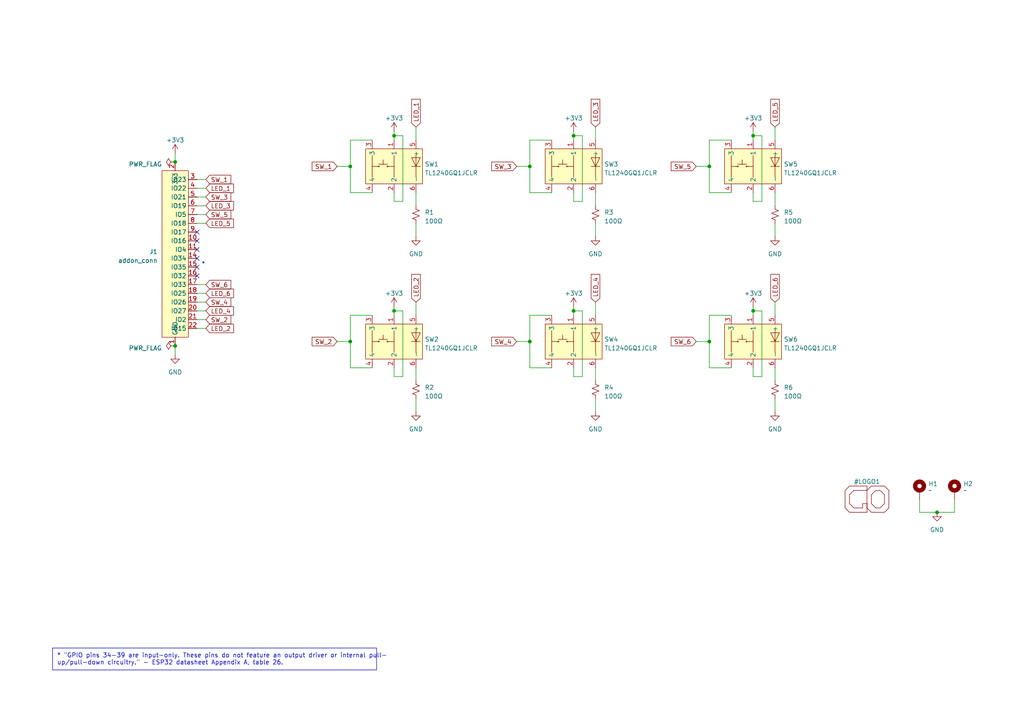
<source format=kicad_sch>
(kicad_sch (version 20220331) (generator eeschema)
  (paper "A4")
  (title_block (title "Game Over addon") (rev "0.1") (company "Flávio Amieiro"))
  (lib_symbols
    (symbol "Device:R_Small_US" (pin_numbers hide) (pin_names (offset 0.254) hide)
      (property "Reference" "R" (at 0.762 0.508 0))
      (property "Value" "R_Small_US" (at 0.762 -1.016 0))
      (symbol "R_Small_US_1_1"
        (polyline (pts (xy 0 0) (xy 1.016 -0.381) (xy 0 -0.762) (xy -1.016 -1.143) (xy 0 -1.524)))
        (polyline (pts (xy 0 1.524) (xy 1.016 1.143) (xy 0 0.762) (xy -1.016 0.381) (xy 0 0)))
        (pin passive line (at 0 2.54 270) (length 1.016) (name "~") (number "1"))
        (pin passive line (at 0 -2.54 90) (length 1.016) (name "~") (number "2"))
      )
    )
    (symbol "GameOver:GameOver_logo" (in_bom no)
      (property "Reference" "#LOGO?" (at 0 5.08 0))
      (symbol "GameOver_logo_0_1"
        (polyline (pts (xy 0 -2.54) (xy 1.27 -3.81) (xy 5.08 -3.81) (xy 6.35 -2.54) (xy 6.35 2.54) (xy 5.08 3.81) (xy 1.27 3.81) (xy 0 2.54) (xy 0 -2.54)))
        (polyline (pts (xy 1.27 -1.27) (xy 1.27 1.27) (xy 2.54 2.54) (xy 3.81 2.54) (xy 5.08 1.27) (xy 5.08 -1.27) (xy 3.81 -2.54) (xy 2.54 -2.54) (xy 1.27 -1.27)))
        (polyline (pts (xy 0 3.81) (xy -5.08 3.81) (xy -6.35 2.54) (xy -6.35 -2.54) (xy -5.08 -3.81) (xy 0 -3.81) (xy 0 -1.27) (xy -1.27 -1.27) (xy -1.27 -2.54) (xy -3.81 -2.54) (xy -5.08 -1.27) (xy -5.08 1.27) (xy -3.81 2.54) (xy 0 2.54) (xy 0 3.81)))
      )
    )
    (symbol "GameOver:TL1240GQ1JCLR"
      (property "Reference" "SW" (at -12.065 0 90))
      (property "Value" "TL1240GQ1JCLR" (at 10.16 0.635 90))
      (symbol "TL1240GQ1JCLR_0_0"
        (pin passive line (at -1.27 7.62 270) (length 2.54) (name "1") (number "1"))
        (pin passive line (at -1.27 -7.62 90) (length 2.54) (name "2") (number "2"))
        (pin passive line (at -7.62 7.62 270) (length 2.54) (name "3") (number "3"))
        (pin passive line (at -7.62 -7.62 90) (length 2.54) (name "4") (number "4"))
        (pin passive line (at 5.08 7.62 270) (length 2.54) (name "+") (number "5"))
        (pin passive line (at 5.08 -7.62 90) (length 2.54) (name "-") (number "6"))
      )
      (symbol "TL1240GQ1JCLR_0_1"
        (rectangle (start -9.525 5.08) (end 6.985 -5.08) (fill (type background)))
        (circle (center -5.6896 0) (radius 0.0718))
        (circle (center -3.2004 0) (radius 0.0718))
        (polyline (pts (xy -7.62 0) (xy -5.715 0)))
        (polyline (pts (xy -7.62 3.175) (xy -7.62 -3.175)))
        (polyline (pts (xy -5.715 0.635) (xy -3.175 0.635)))
        (polyline (pts (xy -4.445 0.635) (xy -4.445 1.905)))
        (polyline (pts (xy -1.27 -3.175) (xy -1.27 3.175)))
        (polyline (pts (xy -1.27 0) (xy -3.175 0)))
        (polyline (pts (xy 3.81 0) (xy 6.35 0)))
        (polyline (pts (xy 5.08 3.175) (xy 5.08 2.54) (xy 3.81 2.54) (xy 5.08 0) (xy 6.35 2.54) (xy 5.08 2.54) (xy 5.08 0) (xy 5.08 -3.175)))
      )
    )
    (symbol "GameOver:addon_conn"
      (property "Reference" "J" (at 2.54 25.4 0))
      (property "Value" "addon_conn" (at 7.62 -25.4 0))
      (symbol "addon_conn_0_0"
        (pin power_in line (at 0 -26.67 90) (length 2.54) (name "GND") (number "1"))
        (pin bidirectional line (at 6.35 3.81 180) (length 2.54) (name "IO16") (number "10"))
        (pin bidirectional line (at 6.35 1.27 180) (length 2.54) (name "IO4") (number "11"))
        (pin power_in line (at 0 -26.67 90) (length 2.54) hide (name "GND") (number "12"))
        (pin power_in line (at 0 26.67 270) (length 2.54) hide (name "3v3") (number "13"))
        (pin bidirectional line (at 6.35 -1.27 180) (length 2.54) (name "IO34") (number "14"))
        (pin bidirectional line (at 6.35 -3.81 180) (length 2.54) (name "IO35") (number "15"))
        (pin bidirectional line (at 6.35 -6.35 180) (length 2.54) (name "IO32") (number "16"))
        (pin bidirectional line (at 6.35 -8.89 180) (length 2.54) (name "IO33") (number "17"))
        (pin bidirectional line (at 6.35 -11.43 180) (length 2.54) (name "IO25") (number "18"))
        (pin bidirectional line (at 6.35 -13.97 180) (length 2.54) (name "IO26") (number "19"))
        (pin power_in line (at 0 26.67 270) (length 2.54) (name "3v3") (number "2"))
        (pin bidirectional line (at 6.35 -16.51 180) (length 2.54) (name "IO27") (number "20"))
        (pin bidirectional line (at 6.35 -19.05 180) (length 2.54) (name "IO2") (number "21"))
        (pin bidirectional line (at 6.35 -21.59 180) (length 2.54) (name "IO15") (number "22"))
        (pin power_in line (at 0 -26.67 90) (length 2.54) hide (name "GND") (number "23"))
        (pin power_in line (at 0 26.67 270) (length 2.54) hide (name "3v3") (number "24"))
        (pin bidirectional line (at 6.35 21.59 180) (length 2.54) (name "IO23") (number "3"))
        (pin bidirectional line (at 6.35 19.05 180) (length 2.54) (name "IO22") (number "4"))
        (pin bidirectional line (at 6.35 16.51 180) (length 2.54) (name "IO21") (number "5"))
        (pin bidirectional line (at 6.35 13.97 180) (length 2.54) (name "IO19") (number "6"))
        (pin bidirectional line (at 6.35 11.43 180) (length 2.54) (name "IO5") (number "7"))
        (pin bidirectional line (at 6.35 8.89 180) (length 2.54) (name "IO18") (number "8"))
        (pin bidirectional line (at 6.35 6.35 180) (length 2.54) (name "IO17") (number "9"))
      )
      (symbol "addon_conn_0_1"
        (rectangle (start -3.81 24.13) (end 3.81 -24.13) (fill (type background)))
      )
    )
    (symbol "Mechanical:MountingHole_Pad" (pin_numbers hide) (pin_names (offset 1.016) hide)
      (property "Reference" "H" (at 0 6.35 0))
      (property "Value" "MountingHole_Pad" (at 0 4.445 0))
      (symbol "MountingHole_Pad_0_1"
        (circle (center 0 1.27) (radius 1.27) (stroke (width 1.27)))
      )
      (symbol "MountingHole_Pad_1_1"
        (pin input line (at 0 -2.54 90) (length 2.54) (name "1") (number "1"))
      )
    )
    (symbol "power:+3V3" (power) (pin_names (offset 0))
      (property "Value" "+3V3" (at 0 3.556 0))
      (symbol "+3V3_0_1"
        (polyline (pts (xy -0.762 1.27) (xy 0 2.54)))
        (polyline (pts (xy 0 0) (xy 0 2.54)))
        (polyline (pts (xy 0 2.54) (xy 0.762 1.27)))
      )
      (symbol "+3V3_1_1"
        (pin power_in line (at 0 0 90) (length 0) hide (name "+3V3") (number "1"))
      )
    )
    (symbol "power:GND" (power) (pin_names (offset 0))
      (property "Value" "GND" (at 0 -3.81 0))
      (symbol "GND_0_1"
        (polyline (pts (xy 0 0) (xy 0 -1.27) (xy 1.27 -1.27) (xy 0 -2.54) (xy -1.27 -1.27) (xy 0 -1.27)))
      )
      (symbol "GND_1_1"
        (pin power_in line (at 0 0 270) (length 0) hide (name "GND") (number "1"))
      )
    )
    (symbol "power:PWR_FLAG" (power) (pin_numbers hide) (pin_names (offset 0) hide)
      (property "Value" "PWR_FLAG" (at 0 3.81 0))
      (symbol "PWR_FLAG_0_0"
        (pin power_out line (at 0 0 90) (length 0) (name "pwr") (number "1"))
      )
      (symbol "PWR_FLAG_0_1"
        (polyline (pts (xy 0 0) (xy 0 1.27) (xy -1.016 1.905) (xy 0 2.54) (xy 1.016 1.905) (xy 0 1.27)))
      )
    )
  )
  (junction (at 50.8 46.99))
  (junction (at 205.74 99.06))
  (junction (at 218.44 39.37))
  (junction (at 153.67 48.26))
  (junction (at 153.67 99.06))
  (junction (at 218.44 90.17))
  (junction (at 50.8 100.33))
  (junction (at 166.37 90.17))
  (junction (at 101.6 48.26))
  (junction (at 114.3 90.17))
  (junction (at 166.37 39.37))
  (junction (at 205.74 48.26))
  (junction (at 271.78 148.59))
  (junction (at 114.3 39.37))
  (junction (at 101.6 99.06))
  (no_connect (at 57.15 80.01))
  (no_connect (at 57.15 67.31))
  (no_connect (at 57.15 69.85))
  (no_connect (at 57.15 72.39))
  (no_connect (at 57.15 74.93))
  (no_connect (at 57.15 77.47))
  (wire (pts (xy 101.6 106.68) (xy 107.95 106.68)))
  (wire (pts (xy 57.15 59.69) (xy 59.69 59.69)))
  (wire (pts (xy 101.6 91.44) (xy 101.6 99.06)))
  (wire (pts (xy 97.79 99.06) (xy 101.6 99.06)))
  (wire (pts (xy 153.67 99.06) (xy 153.67 106.68)))
  (wire (pts (xy 107.95 40.64) (xy 101.6 40.64)))
  (wire (pts (xy 205.74 99.06) (xy 205.74 106.68)))
  (wire (pts (xy 120.65 64.77) (xy 120.65 68.58)))
  (wire (pts (xy 114.3 58.42) (xy 116.84 58.42)))
  (wire (pts (xy 153.67 106.68) (xy 160.02 106.68)))
  (wire (pts (xy 50.8 44.45) (xy 50.8 46.99)))
  (wire (pts (xy 166.37 55.88) (xy 166.37 58.42)))
  (wire (pts (xy 220.98 90.17) (xy 218.44 90.17)))
  (wire (pts (xy 57.15 62.23) (xy 59.69 62.23)))
  (wire (pts (xy 218.44 58.42) (xy 220.98 58.42)))
  (wire (pts (xy 101.6 99.06) (xy 101.6 106.68)))
  (wire (pts (xy 153.67 48.26) (xy 153.67 55.88)))
  (wire (pts (xy 120.65 106.68) (xy 120.65 110.49)))
  (wire (pts (xy 276.86 148.59) (xy 276.86 144.78)))
  (wire (pts (xy 224.79 87.63) (xy 224.79 91.44)))
  (wire (pts (xy 166.37 38.1) (xy 166.37 39.37)))
  (wire (pts (xy 166.37 88.9) (xy 166.37 90.17)))
  (wire (pts (xy 212.09 91.44) (xy 205.74 91.44)))
  (wire (pts (xy 168.91 109.22) (xy 168.91 90.17)))
  (wire (pts (xy 205.74 106.68) (xy 212.09 106.68)))
  (wire (pts (xy 149.86 99.06) (xy 153.67 99.06)))
  (wire (pts (xy 57.15 95.25) (xy 59.69 95.25)))
  (wire (pts (xy 107.95 91.44) (xy 101.6 91.44)))
  (wire (pts (xy 149.86 48.26) (xy 153.67 48.26)))
  (wire (pts (xy 114.3 38.1) (xy 114.3 39.37)))
  (wire (pts (xy 168.91 90.17) (xy 166.37 90.17)))
  (wire (pts (xy 205.74 40.64) (xy 205.74 48.26)))
  (wire (pts (xy 57.15 64.77) (xy 59.69 64.77)))
  (wire (pts (xy 220.98 39.37) (xy 218.44 39.37)))
  (wire (pts (xy 218.44 106.68) (xy 218.44 109.22)))
  (wire (pts (xy 57.15 82.55) (xy 59.69 82.55)))
  (wire (pts (xy 201.93 99.06) (xy 205.74 99.06)))
  (wire (pts (xy 57.15 90.17) (xy 59.69 90.17)))
  (wire (pts (xy 218.44 55.88) (xy 218.44 58.42)))
  (wire (pts (xy 224.79 64.77) (xy 224.79 68.58)))
  (wire (pts (xy 168.91 58.42) (xy 168.91 39.37)))
  (wire (pts (xy 160.02 40.64) (xy 153.67 40.64)))
  (wire (pts (xy 116.84 109.22) (xy 116.84 90.17)))
  (wire (pts (xy 116.84 58.42) (xy 116.84 39.37)))
  (wire (pts (xy 220.98 58.42) (xy 220.98 39.37)))
  (wire (pts (xy 212.09 40.64) (xy 205.74 40.64)))
  (wire (pts (xy 153.67 91.44) (xy 153.67 99.06)))
  (wire (pts (xy 218.44 90.17) (xy 218.44 91.44)))
  (wire (pts (xy 120.65 55.88) (xy 120.65 59.69)))
  (wire (pts (xy 116.84 90.17) (xy 114.3 90.17)))
  (wire (pts (xy 172.72 64.77) (xy 172.72 68.58)))
  (wire (pts (xy 205.74 48.26) (xy 205.74 55.88)))
  (wire (pts (xy 224.79 106.68) (xy 224.79 110.49)))
  (wire (pts (xy 97.79 48.26) (xy 101.6 48.26)))
  (wire (pts (xy 172.72 55.88) (xy 172.72 59.69)))
  (wire (pts (xy 166.37 58.42) (xy 168.91 58.42)))
  (wire (pts (xy 166.37 106.68) (xy 166.37 109.22)))
  (wire (pts (xy 266.7 148.59) (xy 271.78 148.59)))
  (wire (pts (xy 101.6 48.26) (xy 101.6 55.88)))
  (wire (pts (xy 172.72 36.83) (xy 172.72 40.64)))
  (wire (pts (xy 120.65 87.63) (xy 120.65 91.44)))
  (wire (pts (xy 218.44 109.22) (xy 220.98 109.22)))
  (wire (pts (xy 172.72 115.57) (xy 172.72 119.38)))
  (wire (pts (xy 101.6 40.64) (xy 101.6 48.26)))
  (wire (pts (xy 166.37 109.22) (xy 168.91 109.22)))
  (wire (pts (xy 172.72 106.68) (xy 172.72 110.49)))
  (wire (pts (xy 114.3 55.88) (xy 114.3 58.42)))
  (wire (pts (xy 50.8 100.33) (xy 50.8 102.87)))
  (wire (pts (xy 57.15 57.15) (xy 59.69 57.15)))
  (wire (pts (xy 57.15 54.61) (xy 59.69 54.61)))
  (wire (pts (xy 101.6 55.88) (xy 107.95 55.88)))
  (wire (pts (xy 57.15 52.07) (xy 59.69 52.07)))
  (wire (pts (xy 166.37 39.37) (xy 166.37 40.64)))
  (wire (pts (xy 224.79 55.88) (xy 224.79 59.69)))
  (wire (pts (xy 114.3 106.68) (xy 114.3 109.22)))
  (wire (pts (xy 205.74 55.88) (xy 212.09 55.88)))
  (wire (pts (xy 271.78 148.59) (xy 276.86 148.59)))
  (wire (pts (xy 220.98 109.22) (xy 220.98 90.17)))
  (wire (pts (xy 224.79 36.83) (xy 224.79 40.64)))
  (wire (pts (xy 266.7 144.78) (xy 266.7 148.59)))
  (wire (pts (xy 57.15 87.63) (xy 59.69 87.63)))
  (wire (pts (xy 172.72 87.63) (xy 172.72 91.44)))
  (wire (pts (xy 224.79 115.57) (xy 224.79 119.38)))
  (wire (pts (xy 153.67 55.88) (xy 160.02 55.88)))
  (wire (pts (xy 120.65 115.57) (xy 120.65 119.38)))
  (wire (pts (xy 218.44 88.9) (xy 218.44 90.17)))
  (wire (pts (xy 201.93 48.26) (xy 205.74 48.26)))
  (wire (pts (xy 57.15 85.09) (xy 59.69 85.09)))
  (wire (pts (xy 114.3 39.37) (xy 114.3 40.64)))
  (wire (pts (xy 218.44 39.37) (xy 218.44 40.64)))
  (wire (pts (xy 120.65 36.83) (xy 120.65 40.64)))
  (wire (pts (xy 218.44 38.1) (xy 218.44 39.37)))
  (wire (pts (xy 153.67 40.64) (xy 153.67 48.26)))
  (wire (pts (xy 168.91 39.37) (xy 166.37 39.37)))
  (wire (pts (xy 166.37 90.17) (xy 166.37 91.44)))
  (wire (pts (xy 205.74 91.44) (xy 205.74 99.06)))
  (wire (pts (xy 114.3 88.9) (xy 114.3 90.17)))
  (wire (pts (xy 160.02 91.44) (xy 153.67 91.44)))
  (wire (pts (xy 114.3 109.22) (xy 116.84 109.22)))
  (wire (pts (xy 114.3 90.17) (xy 114.3 91.44)))
  (wire (pts (xy 57.15 92.71) (xy 59.69 92.71)))
  (wire (pts (xy 116.84 39.37) (xy 114.3 39.37)))
  (rectangle (start 15.24 187.96) (end 109.22 194.31) (stroke (width 0.1524)))
  (text "* \"GPIO pins 34-39 are input-only. These pins do not feature an output driver or internal pull-\nup/pull-down circuitry.\" - ESP32 datasheet Appendix A, table 26." (at 16.51 193.04 0) (effects (font (size 1.27 1.27)) (justify left bottom)))
  (text "*" (at 58.42 77.47 0) (effects (font (size 1.27 1.27)) (justify left bottom)))
  (global_label "SW_1" (shape input) (at 97.79 48.26 180) (property "Intersheetrefs" "${INTERSHEET_REFS}" (effects hide)))
  (global_label "LED_6" (shape input) (at 224.79 87.63 90) (property "Intersheetrefs" "${INTERSHEET_REFS}" (effects hide)))
  (global_label "LED_4" (shape input) (at 59.69 90.17 0) (property "Intersheetrefs" "${INTERSHEET_REFS}" (effects hide)))
  (global_label "SW_6" (shape input) (at 59.69 82.55 0) (property "Intersheetrefs" "${INTERSHEET_REFS}" (effects hide)))
  (global_label "SW_3" (shape input) (at 149.86 48.26 180) (property "Intersheetrefs" "${INTERSHEET_REFS}" (effects hide)))
  (global_label "SW_4" (shape input) (at 59.69 87.63 0) (property "Intersheetrefs" "${INTERSHEET_REFS}" (effects hide)))
  (global_label "SW_1" (shape input) (at 59.69 52.07 0) (property "Intersheetrefs" "${INTERSHEET_REFS}" (effects hide)))
  (global_label "SW_2" (shape input) (at 59.69 92.71 0) (property "Intersheetrefs" "${INTERSHEET_REFS}" (effects hide)))
  (global_label "LED_3" (shape input) (at 172.72 36.83 90) (property "Intersheetrefs" "${INTERSHEET_REFS}" (effects hide)))
  (global_label "LED_2" (shape input) (at 59.69 95.25 0) (property "Intersheetrefs" "${INTERSHEET_REFS}" (effects hide)))
  (global_label "SW_5" (shape input) (at 59.69 62.23 0) (property "Intersheetrefs" "${INTERSHEET_REFS}" (effects hide)))
  (global_label "LED_5" (shape input) (at 59.69 64.77 0) (property "Intersheetrefs" "${INTERSHEET_REFS}" (effects hide)))
  (global_label "SW_5" (shape input) (at 201.93 48.26 180) (property "Intersheetrefs" "${INTERSHEET_REFS}" (effects hide)))
  (global_label "LED_3" (shape input) (at 59.69 59.69 0) (property "Intersheetrefs" "${INTERSHEET_REFS}" (effects hide)))
  (global_label "SW_3" (shape input) (at 59.69 57.15 0) (property "Intersheetrefs" "${INTERSHEET_REFS}" (effects hide)))
  (global_label "SW_6" (shape input) (at 201.93 99.06 180) (property "Intersheetrefs" "${INTERSHEET_REFS}" (effects hide)))
  (global_label "LED_5" (shape input) (at 224.79 36.83 90) (property "Intersheetrefs" "${INTERSHEET_REFS}" (effects hide)))
  (global_label "LED_6" (shape input) (at 59.69 85.09 0) (property "Intersheetrefs" "${INTERSHEET_REFS}" (effects hide)))
  (global_label "LED_4" (shape input) (at 172.72 87.63 90) (property "Intersheetrefs" "${INTERSHEET_REFS}" (effects hide)))
  (global_label "LED_2" (shape input) (at 120.65 87.63 90) (property "Intersheetrefs" "${INTERSHEET_REFS}" (effects hide)))
  (global_label "LED_1" (shape input) (at 59.69 54.61 0) (property "Intersheetrefs" "${INTERSHEET_REFS}" (effects hide)))
  (global_label "LED_1" (shape input) (at 120.65 36.83 90) (property "Intersheetrefs" "${INTERSHEET_REFS}" (effects hide)))
  (global_label "SW_2" (shape input) (at 97.79 99.06 180) (property "Intersheetrefs" "${INTERSHEET_REFS}" (effects hide)))
  (global_label "SW_4" (shape input) (at 149.86 99.06 180) (property "Intersheetrefs" "${INTERSHEET_REFS}" (effects hide)))
  (symbol (lib_id "power:GND") (at 120.65 68.58 0) (unit 1)
    (property "Reference" "#PWR05" (effects hide))
    (property "Value" "GND" (at 120.65 73.66 0))
  )
  (symbol (lib_id "GameOver:TL1240GQ1JCLR") (at 115.57 48.26 0) (unit 1)
    (property "Reference" "SW1" (at 123.19 47.625 0) (effects (justify left)))
    (property "Value" "TL1240GQ1JCLR" (at 123.19 50.165 0) (effects (justify left)))
    (property "Footprint" "GameOver:TL1240GQ1JCLR" (effects hide))
    (property "Datasheet" "https://sten-eswitch-13110800-production.s3.amazonaws.com/system/asset/product_line/data_sheet/147/TL1240.pdf" (effects hide))
  )
  (symbol (lib_id "power:GND") (at 50.8 102.87 0) (unit 1)
    (property "Reference" "#PWR02" (effects hide))
    (property "Value" "GND" (at 50.8 107.95 0))
  )
  (symbol (lib_id "power:+3V3") (at 218.44 88.9 0) (unit 1)
    (property "Reference" "#PWR012" (effects hide))
    (property "Value" "+3V3" (at 218.44 85.09 0))
  )
  (symbol (lib_id "Device:R_Small_US") (at 172.72 62.23 0) (unit 1)
    (property "Reference" "R3" (at 175.26 61.595 0) (effects (justify left)))
    (property "Value" "100Ω" (at 175.26 64.135 0) (effects (justify left)))
    (property "Footprint" "Resistor_SMD:R_0805_2012Metric_Pad1.20x1.40mm_HandSolder" (effects hide))
  )
  (symbol (lib_id "power:GND") (at 224.79 119.38 0) (unit 1)
    (property "Reference" "#PWR014" (effects hide))
    (property "Value" "GND" (at 224.79 124.46 0))
  )
  (symbol (lib_id "Device:R_Small_US") (at 224.79 113.03 0) (unit 1)
    (property "Reference" "R6" (at 227.33 112.395 0) (effects (justify left)))
    (property "Value" "100Ω" (at 227.33 114.935 0) (effects (justify left)))
    (property "Footprint" "Resistor_SMD:R_0805_2012Metric_Pad1.20x1.40mm_HandSolder" (effects hide))
  )
  (symbol (lib_id "Mechanical:MountingHole_Pad") (at 276.86 142.24 0) (unit 1)
    (property "Reference" "H2" (at 279.4 140.335 0) (effects (justify left)))
    (property "Value" "~" (at 279.4 142.24 0) (effects (justify left)))
    (property "Footprint" "MountingHole:MountingHole_2.2mm_M2_Pad_Via" (effects hide))
  )
  (symbol (lib_id "power:+3V3") (at 114.3 88.9 0) (unit 1)
    (property "Reference" "#PWR04" (effects hide))
    (property "Value" "+3V3" (at 114.3 85.09 0))
  )
  (symbol (lib_id "power:GND") (at 172.72 68.58 0) (unit 1)
    (property "Reference" "#PWR09" (effects hide))
    (property "Value" "GND" (at 172.72 73.66 0))
  )
  (symbol (lib_id "power:+3V3") (at 218.44 38.1 0) (unit 1)
    (property "Reference" "#PWR011" (effects hide))
    (property "Value" "+3V3" (at 218.44 34.29 0))
  )
  (symbol (lib_id "power:PWR_FLAG") (at 50.8 100.33 90) (unit 1)
    (property "Reference" "#FLG02" (effects hide))
    (property "Value" "PWR_FLAG" (at 46.99 100.965 90) (effects (justify left)))
  )
  (symbol (lib_id "GameOver:TL1240GQ1JCLR") (at 167.64 99.06 0) (unit 1)
    (property "Reference" "SW4" (at 175.26 98.425 0) (effects (justify left)))
    (property "Value" "TL1240GQ1JCLR" (at 175.26 100.965 0) (effects (justify left)))
    (property "Footprint" "GameOver:TL1240GQ1JCLR" (effects hide))
    (property "Datasheet" "https://sten-eswitch-13110800-production.s3.amazonaws.com/system/asset/product_line/data_sheet/147/TL1240.pdf" (effects hide))
  )
  (symbol (lib_id "power:GND") (at 172.72 119.38 0) (unit 1)
    (property "Reference" "#PWR010" (effects hide))
    (property "Value" "GND" (at 172.72 124.46 0))
  )
  (symbol (lib_id "Mechanical:MountingHole_Pad") (at 266.7 142.24 0) (unit 1)
    (property "Reference" "H1" (at 269.24 140.335 0) (effects (justify left)))
    (property "Value" "~" (at 269.24 142.24 0) (effects (justify left)))
    (property "Footprint" "MountingHole:MountingHole_2.2mm_M2_Pad_Via" (effects hide))
  )
  (symbol (lib_id "GameOver:TL1240GQ1JCLR") (at 219.71 48.26 0) (unit 1)
    (property "Reference" "SW5" (at 227.33 47.625 0) (effects (justify left)))
    (property "Value" "TL1240GQ1JCLR" (at 227.33 50.165 0) (effects (justify left)))
    (property "Footprint" "GameOver:TL1240GQ1JCLR" (effects hide))
    (property "Datasheet" "https://sten-eswitch-13110800-production.s3.amazonaws.com/system/asset/product_line/data_sheet/147/TL1240.pdf" (effects hide))
  )
  (symbol (lib_id "power:+3V3") (at 166.37 38.1 0) (unit 1)
    (property "Reference" "#PWR07" (effects hide))
    (property "Value" "+3V3" (at 166.37 34.29 0))
  )
  (symbol (lib_id "power:GND") (at 120.65 119.38 0) (unit 1)
    (property "Reference" "#PWR06" (effects hide))
    (property "Value" "GND" (at 120.65 124.46 0))
  )
  (symbol (lib_id "power:GND") (at 271.78 148.59 0) (unit 1)
    (property "Reference" "#PWR015" (effects hide))
    (property "Value" "GND" (at 271.78 153.67 0))
  )
  (symbol (lib_id "GameOver:GameOver_logo") (at 251.46 144.78 0) (unit 1) (in_bom no)
    (property "Reference" "#LOGO1" (at 251.46 139.7 0))
    (property "Value" "GameOver_logo" (effects hide))
    (property "Footprint" "GameOver:logo_fcu" (effects hide))
  )
  (symbol (lib_id "GameOver:TL1240GQ1JCLR") (at 167.64 48.26 0) (unit 1)
    (property "Reference" "SW3" (at 175.26 47.625 0) (effects (justify left)))
    (property "Value" "TL1240GQ1JCLR" (at 175.26 50.165 0) (effects (justify left)))
    (property "Footprint" "GameOver:TL1240GQ1JCLR" (effects hide))
    (property "Datasheet" "https://sten-eswitch-13110800-production.s3.amazonaws.com/system/asset/product_line/data_sheet/147/TL1240.pdf" (effects hide))
  )
  (symbol (lib_id "GameOver:addon_conn") (at 50.8 73.66 0) (unit 1)
    (property "Reference" "J1" (at 45.72 73.025 0) (effects (justify right)))
    (property "Value" "addon_conn" (at 45.72 75.565 0) (effects (justify right)))
    (property "Footprint" "GameOver:Addon_conn_TXGA_FFC05036-24SBD113W5M_1x24_P0.50mm_Horizontal" (effects hide))
  )
  (symbol (lib_id "power:+3V3") (at 114.3 38.1 0) (unit 1)
    (property "Reference" "#PWR03" (effects hide))
    (property "Value" "+3V3" (at 114.3 34.29 0))
  )
  (symbol (lib_id "GameOver:TL1240GQ1JCLR") (at 219.71 99.06 0) (unit 1)
    (property "Reference" "SW6" (at 227.33 98.425 0) (effects (justify left)))
    (property "Value" "TL1240GQ1JCLR" (at 227.33 100.965 0) (effects (justify left)))
    (property "Footprint" "GameOver:TL1240GQ1JCLR" (effects hide))
    (property "Datasheet" "https://sten-eswitch-13110800-production.s3.amazonaws.com/system/asset/product_line/data_sheet/147/TL1240.pdf" (effects hide))
  )
  (symbol (lib_id "Device:R_Small_US") (at 120.65 62.23 0) (unit 1)
    (property "Reference" "R1" (at 123.19 61.595 0) (effects (justify left)))
    (property "Value" "100Ω" (at 123.19 64.135 0) (effects (justify left)))
    (property "Footprint" "Resistor_SMD:R_0805_2012Metric_Pad1.20x1.40mm_HandSolder" (effects hide))
  )
  (symbol (lib_id "power:GND") (at 224.79 68.58 0) (unit 1)
    (property "Reference" "#PWR013" (effects hide))
    (property "Value" "GND" (at 224.79 73.66 0))
  )
  (symbol (lib_id "power:+3V3") (at 166.37 88.9 0) (unit 1)
    (property "Reference" "#PWR08" (effects hide))
    (property "Value" "+3V3" (at 166.37 85.09 0))
  )
  (symbol (lib_id "Device:R_Small_US") (at 120.65 113.03 0) (unit 1)
    (property "Reference" "R2" (at 123.19 112.395 0) (effects (justify left)))
    (property "Value" "100Ω" (at 123.19 114.935 0) (effects (justify left)))
    (property "Footprint" "Resistor_SMD:R_0805_2012Metric_Pad1.20x1.40mm_HandSolder" (effects hide))
  )
  (symbol (lib_id "GameOver:TL1240GQ1JCLR") (at 115.57 99.06 0) (unit 1)
    (property "Reference" "SW2" (at 123.19 98.425 0) (effects (justify left)))
    (property "Value" "TL1240GQ1JCLR" (at 123.19 100.965 0) (effects (justify left)))
    (property "Footprint" "GameOver:TL1240GQ1JCLR" (effects hide))
    (property "Datasheet" "https://sten-eswitch-13110800-production.s3.amazonaws.com/system/asset/product_line/data_sheet/147/TL1240.pdf" (effects hide))
  )
  (symbol (lib_id "power:PWR_FLAG") (at 50.8 46.99 90) (unit 1)
    (property "Reference" "#FLG01" (effects hide))
    (property "Value" "PWR_FLAG" (at 46.99 47.625 90) (effects (justify left)))
  )
  (symbol (lib_id "Device:R_Small_US") (at 224.79 62.23 0) (unit 1)
    (property "Reference" "R5" (at 227.33 61.595 0) (effects (justify left)))
    (property "Value" "100Ω" (at 227.33 64.135 0) (effects (justify left)))
    (property "Footprint" "Resistor_SMD:R_0805_2012Metric_Pad1.20x1.40mm_HandSolder" (effects hide))
  )
  (symbol (lib_id "power:+3V3") (at 50.8 44.45 0) (unit 1)
    (property "Reference" "#PWR01" (effects hide))
    (property "Value" "+3V3" (at 50.8 40.64 0))
  )
  (symbol (lib_id "Device:R_Small_US") (at 172.72 113.03 0) (unit 1)
    (property "Reference" "R4" (at 175.26 112.395 0) (effects (justify left)))
    (property "Value" "100Ω" (at 175.26 114.935 0) (effects (justify left)))
    (property "Footprint" "Resistor_SMD:R_0805_2012Metric_Pad1.20x1.40mm_HandSolder" (effects hide))
  )
)
</source>
